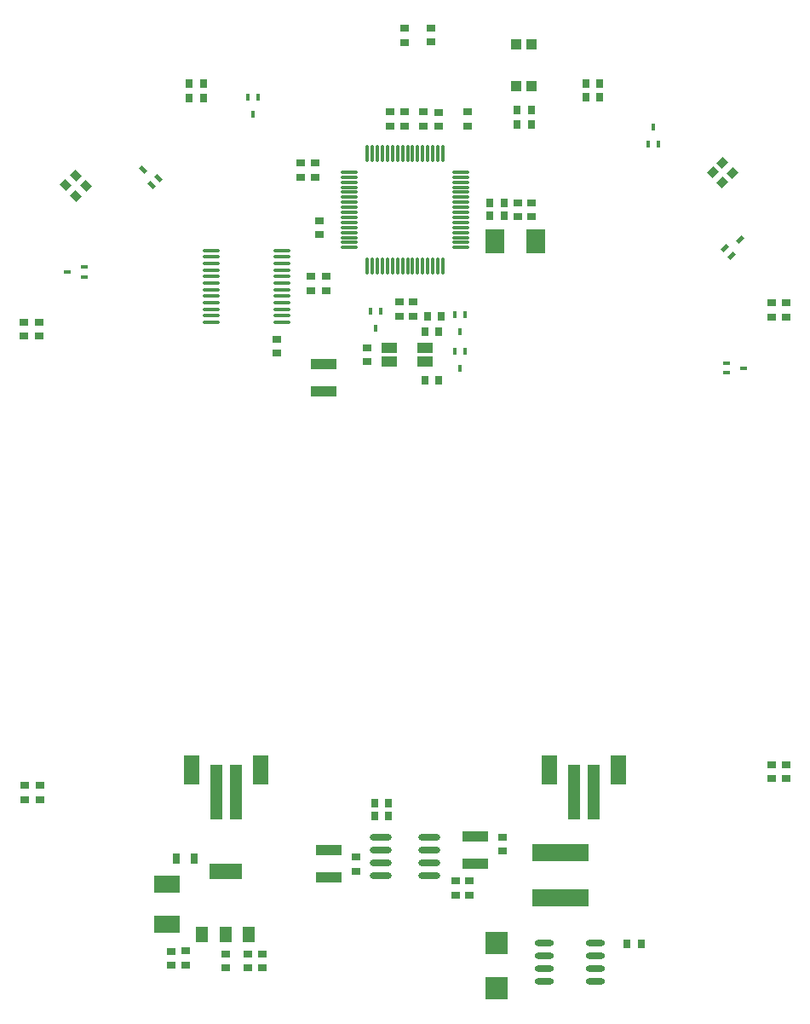
<source format=gtp>
%FSLAX25Y25*%
%MOIN*%
G70*
G01*
G75*
G04 Layer_Color=8421504*
%ADD10R,0.10236X0.04331*%
%ADD11R,0.06299X0.11811*%
%ADD12R,0.04921X0.21654*%
%ADD13R,0.07480X0.09449*%
%ADD14R,0.03543X0.03150*%
%ADD15O,0.06693X0.01378*%
%ADD16R,0.03150X0.03543*%
G04:AMPARAMS|DCode=17|XSize=35.43mil|YSize=31.5mil|CornerRadius=0mil|HoleSize=0mil|Usage=FLASHONLY|Rotation=315.000|XOffset=0mil|YOffset=0mil|HoleType=Round|Shape=Rectangle|*
%AMROTATEDRECTD17*
4,1,4,-0.02366,0.00139,-0.00139,0.02366,0.02366,-0.00139,0.00139,-0.02366,-0.02366,0.00139,0.0*
%
%ADD17ROTATEDRECTD17*%

G04:AMPARAMS|DCode=18|XSize=35.43mil|YSize=31.5mil|CornerRadius=0mil|HoleSize=0mil|Usage=FLASHONLY|Rotation=225.000|XOffset=0mil|YOffset=0mil|HoleType=Round|Shape=Rectangle|*
%AMROTATEDRECTD18*
4,1,4,0.00139,0.02366,0.02366,0.00139,-0.00139,-0.02366,-0.02366,-0.00139,0.00139,0.02366,0.0*
%
%ADD18ROTATEDRECTD18*%

%ADD19R,0.09055X0.09055*%
%ADD20R,0.22441X0.06693*%
%ADD21O,0.06890X0.01181*%
%ADD22O,0.01181X0.06890*%
%ADD23R,0.03937X0.03937*%
%ADD24R,0.03150X0.01575*%
%ADD25R,0.01575X0.03150*%
G04:AMPARAMS|DCode=26|XSize=15.75mil|YSize=31.5mil|CornerRadius=0mil|HoleSize=0mil|Usage=FLASHONLY|Rotation=225.000|XOffset=0mil|YOffset=0mil|HoleType=Round|Shape=Rectangle|*
%AMROTATEDRECTD26*
4,1,4,-0.00557,0.01670,0.01670,-0.00557,0.00557,-0.01670,-0.01670,0.00557,-0.00557,0.01670,0.0*
%
%ADD26ROTATEDRECTD26*%

G04:AMPARAMS|DCode=27|XSize=15.75mil|YSize=31.5mil|CornerRadius=0mil|HoleSize=0mil|Usage=FLASHONLY|Rotation=135.000|XOffset=0mil|YOffset=0mil|HoleType=Round|Shape=Rectangle|*
%AMROTATEDRECTD27*
4,1,4,0.01670,0.00557,-0.00557,-0.01670,-0.01670,-0.00557,0.00557,0.01670,0.01670,0.00557,0.0*
%
%ADD27ROTATEDRECTD27*%

%ADD28R,0.09843X0.06693*%
%ADD29R,0.02756X0.03937*%
%ADD30R,0.05118X0.06299*%
%ADD31R,0.12992X0.06299*%
%ADD32R,0.05906X0.03937*%
%ADD33O,0.08661X0.02362*%
%ADD34O,0.07480X0.02362*%
%ADD35C,0.02000*%
%ADD36C,0.01000*%
%ADD37C,0.04000*%
%ADD38C,0.00700*%
%ADD39C,0.07874*%
%ADD40C,0.07000*%
%ADD41P,0.06960X4X180.0*%
%ADD42P,0.08352X4X352.0*%
%ADD43C,0.05906*%
%ADD44R,0.05906X0.05906*%
%ADD45R,0.05906X0.05906*%
%ADD46R,0.04921X0.04921*%
%ADD47R,0.04921X0.04921*%
%ADD48P,0.06960X4X270.0*%
%ADD49O,0.08858X0.06693*%
%ADD50O,0.06693X0.08858*%
%ADD51C,0.12000*%
%ADD52C,0.02500*%
%ADD53C,0.05000*%
%ADD54O,0.00984X0.02559*%
%ADD55O,0.02559X0.00984*%
%ADD56R,0.09843X0.09843*%
%ADD57C,0.00394*%
%ADD58C,0.00984*%
%ADD59C,0.02362*%
%ADD60C,0.00787*%
%ADD61C,0.00500*%
%ADD62C,0.00591*%
D10*
X-31890Y72244D02*
D03*
Y61614D02*
D03*
X27559Y-122835D02*
D03*
Y-112205D02*
D03*
X-29724Y-117618D02*
D03*
Y-128248D02*
D03*
D11*
X56614Y-86142D02*
D03*
X83386D02*
D03*
X-56614D02*
D03*
X-83386D02*
D03*
D12*
X66063Y-95000D02*
D03*
X73937D02*
D03*
X-66063D02*
D03*
X-73937D02*
D03*
D13*
X35138Y120374D02*
D03*
X51280D02*
D03*
D14*
X-30905Y101083D02*
D03*
Y106595D02*
D03*
X-36811Y101083D02*
D03*
Y106595D02*
D03*
X-50197Y76575D02*
D03*
Y82086D02*
D03*
X19882Y-135236D02*
D03*
Y-129724D02*
D03*
X-85925Y-157087D02*
D03*
Y-162599D02*
D03*
X-149213Y88878D02*
D03*
Y83366D02*
D03*
X-148917Y-97933D02*
D03*
Y-92421D02*
D03*
X149114Y90847D02*
D03*
Y96358D02*
D03*
X149213Y-84153D02*
D03*
Y-89665D02*
D03*
X-14862Y78740D02*
D03*
Y73228D02*
D03*
X37992Y-112599D02*
D03*
Y-118110D02*
D03*
X25295Y-129724D02*
D03*
Y-135236D02*
D03*
X-295Y203642D02*
D03*
Y198130D02*
D03*
X10039Y198228D02*
D03*
Y203740D02*
D03*
X24311Y165453D02*
D03*
Y170965D02*
D03*
X13091Y165354D02*
D03*
Y170866D02*
D03*
X-91437Y-157185D02*
D03*
Y-162697D02*
D03*
X-19094Y-125787D02*
D03*
Y-120275D02*
D03*
X44094Y135531D02*
D03*
Y130020D02*
D03*
X49508Y135531D02*
D03*
Y130020D02*
D03*
X3150Y91043D02*
D03*
Y96555D02*
D03*
X-5709Y170965D02*
D03*
Y165453D02*
D03*
X-295Y170965D02*
D03*
Y165453D02*
D03*
X-2165Y91043D02*
D03*
Y96555D02*
D03*
X-33563Y123031D02*
D03*
Y128543D02*
D03*
X7087Y170965D02*
D03*
Y165453D02*
D03*
X-40748Y145473D02*
D03*
Y150984D02*
D03*
X-35040Y145473D02*
D03*
Y150984D02*
D03*
X-143307Y88878D02*
D03*
Y83366D02*
D03*
X-142913Y-92421D02*
D03*
Y-97933D02*
D03*
X143406Y90847D02*
D03*
Y96358D02*
D03*
X143504Y-89665D02*
D03*
Y-84153D02*
D03*
X-70276Y-163681D02*
D03*
Y-158169D02*
D03*
X-61417Y-163681D02*
D03*
Y-158169D02*
D03*
X-56004Y-163681D02*
D03*
Y-158169D02*
D03*
D15*
X-75886Y116831D02*
D03*
Y114272D02*
D03*
Y111713D02*
D03*
Y109153D02*
D03*
Y106595D02*
D03*
Y104035D02*
D03*
Y101476D02*
D03*
Y98917D02*
D03*
Y96358D02*
D03*
Y93799D02*
D03*
Y91240D02*
D03*
Y88681D02*
D03*
X-48327Y116831D02*
D03*
Y114272D02*
D03*
Y111713D02*
D03*
Y109153D02*
D03*
Y106595D02*
D03*
Y104035D02*
D03*
Y101476D02*
D03*
Y98917D02*
D03*
Y96358D02*
D03*
Y93799D02*
D03*
Y91240D02*
D03*
Y88681D02*
D03*
D16*
X-78937Y181988D02*
D03*
X-84449D02*
D03*
X70768D02*
D03*
X76280D02*
D03*
X7677Y85138D02*
D03*
X13189D02*
D03*
Y66043D02*
D03*
X7677D02*
D03*
X86909Y-154134D02*
D03*
X92421D02*
D03*
X-6398Y-99213D02*
D03*
X-11909D02*
D03*
X49311Y166043D02*
D03*
X43799D02*
D03*
X38780Y130217D02*
D03*
X33268D02*
D03*
X38780Y135433D02*
D03*
X33268D02*
D03*
X14173Y91043D02*
D03*
X8661D02*
D03*
X49311Y171850D02*
D03*
X43799D02*
D03*
X-79035Y176476D02*
D03*
X-84547D02*
D03*
X76280Y176673D02*
D03*
X70768D02*
D03*
X-6496Y-104331D02*
D03*
X-12008D02*
D03*
D17*
X-128957Y146142D02*
D03*
X-132854Y142244D02*
D03*
X-124921Y142106D02*
D03*
X-128819Y138209D02*
D03*
D18*
X124232Y151063D02*
D03*
X128130Y147166D02*
D03*
X124291Y143327D02*
D03*
X120394Y147224D02*
D03*
D19*
X35728Y-171555D02*
D03*
Y-153839D02*
D03*
D20*
X60827Y-118504D02*
D03*
Y-136221D02*
D03*
D21*
X-21949Y147441D02*
D03*
Y145473D02*
D03*
Y143504D02*
D03*
Y141535D02*
D03*
Y139567D02*
D03*
Y137598D02*
D03*
Y135630D02*
D03*
Y133661D02*
D03*
Y131693D02*
D03*
Y129724D02*
D03*
Y127756D02*
D03*
Y125787D02*
D03*
Y123819D02*
D03*
Y121850D02*
D03*
Y119882D02*
D03*
Y117913D02*
D03*
X21949D02*
D03*
Y119882D02*
D03*
Y121850D02*
D03*
Y123819D02*
D03*
Y125787D02*
D03*
Y127756D02*
D03*
Y129724D02*
D03*
Y131693D02*
D03*
Y133661D02*
D03*
Y135630D02*
D03*
Y137598D02*
D03*
Y139567D02*
D03*
Y141535D02*
D03*
Y143504D02*
D03*
Y145473D02*
D03*
Y147441D02*
D03*
D22*
X-14764Y110728D02*
D03*
X-12795D02*
D03*
X-10827D02*
D03*
X-8858D02*
D03*
X-6890D02*
D03*
X-4921D02*
D03*
X-2953D02*
D03*
X-984D02*
D03*
X984D02*
D03*
X2953D02*
D03*
X4921D02*
D03*
X6890D02*
D03*
X8858D02*
D03*
X10827D02*
D03*
X12795D02*
D03*
X14764D02*
D03*
Y154626D02*
D03*
X12795D02*
D03*
X10827D02*
D03*
X8858D02*
D03*
X6890D02*
D03*
X4921D02*
D03*
X2953D02*
D03*
X984D02*
D03*
X-984D02*
D03*
X-2953D02*
D03*
X-4921D02*
D03*
X-6890D02*
D03*
X-8858D02*
D03*
X-10827D02*
D03*
X-12795D02*
D03*
X-14764D02*
D03*
D23*
X49606Y197539D02*
D03*
Y181004D02*
D03*
X43307Y197539D02*
D03*
Y181004D02*
D03*
D24*
X-132283Y108465D02*
D03*
X-125591Y110433D02*
D03*
Y106496D02*
D03*
X132382Y70866D02*
D03*
X125689Y68898D02*
D03*
Y72835D02*
D03*
D25*
X-59646Y169882D02*
D03*
X-61614Y176575D02*
D03*
X-57677D02*
D03*
X97047Y164961D02*
D03*
X99016Y158268D02*
D03*
X95079D02*
D03*
X21457Y70669D02*
D03*
X19488Y77362D02*
D03*
X23425D02*
D03*
X21555Y85138D02*
D03*
X19587Y91831D02*
D03*
X23524D02*
D03*
X-11417Y86221D02*
D03*
X-13386Y92913D02*
D03*
X-9449D02*
D03*
D26*
X-102563Y148429D02*
D03*
X-96439Y145089D02*
D03*
X-99222Y142305D02*
D03*
D27*
X131106Y120969D02*
D03*
X127766Y114844D02*
D03*
X124982Y117628D02*
D03*
D28*
X-93307Y-146752D02*
D03*
Y-131004D02*
D03*
D29*
X-89370Y-121063D02*
D03*
X-82677D02*
D03*
D30*
X-61262Y-150662D02*
D03*
X-70317D02*
D03*
X-79372D02*
D03*
D31*
X-70317Y-125859D02*
D03*
D32*
X7677Y73287D02*
D03*
Y78799D02*
D03*
X-6113Y73243D02*
D03*
X-6102Y78799D02*
D03*
D33*
X9449Y-127500D02*
D03*
Y-122500D02*
D03*
Y-117500D02*
D03*
Y-112500D02*
D03*
X-9449Y-127500D02*
D03*
Y-122500D02*
D03*
Y-117500D02*
D03*
Y-112500D02*
D03*
D34*
X54331Y-154114D02*
D03*
Y-159114D02*
D03*
Y-164114D02*
D03*
Y-169114D02*
D03*
X74606Y-154114D02*
D03*
Y-159114D02*
D03*
Y-164114D02*
D03*
Y-169114D02*
D03*
M02*

</source>
